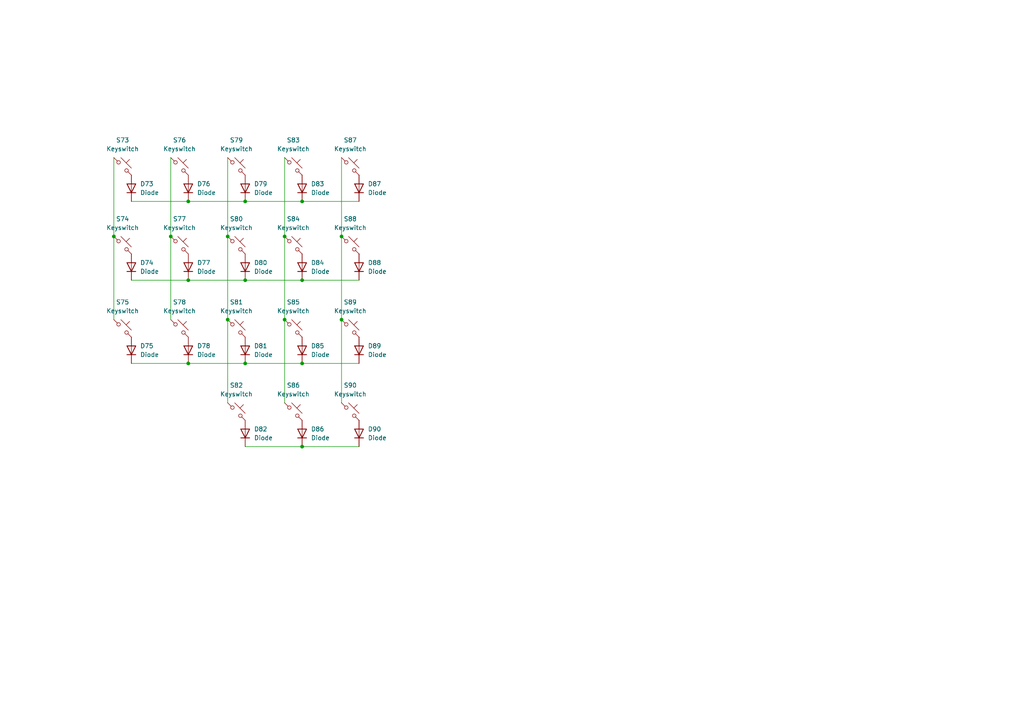
<source format=kicad_sch>
(kicad_sch (version 20250114) (generator "eeschema") (generator_version "9.0")
  (paper "A4")
  (lib_symbols
    (symbol "ScottoKeebs:Placeholder_Diode" (pin_numbers (hide yes)) (pin_names (hide yes))
      (property "Reference" "D" (at 0 2.54 0))
      (property "Value" "Diode" (at 0 -2.54 0))
      (symbol "Placeholder_Diode_0_1"
        (polyline (pts (xy -1.27 1.27) (xy -1.27 -1.27)) (stroke (width 0.254)))
        (polyline (pts (xy 1.27 1.27) (xy 1.27 -1.27) (xy -1.27 0) (xy 1.27 1.27)) (stroke (width 0.254)))
        (polyline (pts (xy 1.27 0) (xy -1.27 0)))
      )
      (symbol "Placeholder_Diode_1_1"
        (pin passive line (at -3.81 0 0) (length 2.54) (name "K") (number "1"))
        (pin passive line (at 3.81 0 180) (length 2.54) (name "A") (number "2"))
      )
    )
    (symbol "ScottoKeebs:Placeholder_Keyswitch" (pin_numbers (hide yes)) (pin_names (offset 1.016) (hide yes))
      (property "Reference" "S" (at 3.048 1.016 0))
      (property "Value" "Keyswitch" (at 0 -3.81 0))
      (symbol "Placeholder_Keyswitch_0_1"
        (polyline (pts (xy -2.54 2.54) (xy -1.524 1.524) (xy -1.524 1.524)))
        (circle (center -1.1684 1.1684) (radius 0.508))
        (polyline (pts (xy -0.508 2.54) (xy 2.54 -0.508)))
        (polyline (pts (xy 1.016 1.016) (xy 2.032 2.032)))
        (circle (center 1.143 -1.1938) (radius 0.508))
        (polyline (pts (xy 1.524 -1.524) (xy 2.54 -2.54) (xy 2.54 -2.54) (xy 2.54 -2.54)))
        (pin passive line (at -2.54 2.54 0) (length 0) (name "1") (number "1"))
        (pin passive line (at 2.54 -2.54 180) (length 0) (name "2") (number "2"))
      )
    )
  )
  (junction (at 54.61 105.41))
  (junction (at 66.04 68.58))
  (junction (at 87.63 129.54))
  (junction (at 99.06 92.71))
  (junction (at 87.63 81.28))
  (junction (at 71.12 105.41))
  (junction (at 71.12 81.28))
  (junction (at 54.61 58.42))
  (junction (at 99.06 68.58))
  (junction (at 82.55 68.58))
  (junction (at 49.53 68.58))
  (junction (at 54.61 81.28))
  (junction (at 87.63 58.42))
  (junction (at 82.55 92.71))
  (junction (at 33.02 68.58))
  (junction (at 66.04 92.71))
  (junction (at 71.12 58.42))
  (junction (at 87.63 105.41))
  (wire (pts (xy 87.63 81.28) (xy 104.14 81.28)))
  (wire (pts (xy 71.12 81.28) (xy 87.63 81.28)))
  (wire (pts (xy 38.1 105.41) (xy 54.61 105.41)))
  (wire (pts (xy 38.1 81.28) (xy 54.61 81.28)))
  (wire (pts (xy 71.12 105.41) (xy 87.63 105.41)))
  (wire (pts (xy 66.04 68.58) (xy 66.04 92.71)))
  (wire (pts (xy 33.02 45.72) (xy 33.02 68.58)))
  (wire (pts (xy 66.04 92.71) (xy 66.04 116.84)))
  (wire (pts (xy 87.63 105.41) (xy 104.14 105.41)))
  (wire (pts (xy 33.02 68.58) (xy 33.02 92.71)))
  (wire (pts (xy 87.63 58.42) (xy 104.14 58.42)))
  (wire (pts (xy 99.06 45.72) (xy 99.06 68.58)))
  (wire (pts (xy 71.12 129.54) (xy 87.63 129.54)))
  (wire (pts (xy 66.04 45.72) (xy 66.04 68.58)))
  (wire (pts (xy 82.55 68.58) (xy 82.55 92.71)))
  (wire (pts (xy 38.1 58.42) (xy 54.61 58.42)))
  (wire (pts (xy 82.55 92.71) (xy 82.55 116.84)))
  (wire (pts (xy 49.53 45.72) (xy 49.53 68.58)))
  (wire (pts (xy 54.61 105.41) (xy 71.12 105.41)))
  (wire (pts (xy 99.06 92.71) (xy 99.06 116.84)))
  (wire (pts (xy 99.06 68.58) (xy 99.06 92.71)))
  (wire (pts (xy 49.53 68.58) (xy 49.53 92.71)))
  (wire (pts (xy 54.61 58.42) (xy 71.12 58.42)))
  (wire (pts (xy 82.55 45.72) (xy 82.55 68.58)))
  (wire (pts (xy 54.61 81.28) (xy 71.12 81.28)))
  (wire (pts (xy 87.63 129.54) (xy 104.14 129.54)))
  (wire (pts (xy 71.12 58.42) (xy 87.63 58.42)))
  (symbol (lib_id "ScottoKeebs:Placeholder_Keyswitch") (at 101.6 48.26 0) (unit 1)
    (property "Reference" "S87" (at 101.6 40.64 0))
    (property "Value" "Keyswitch" (at 101.6 43.18 0))
    (property "Description" "Push button switch, normally open, two pins, 45° tilted" (effects (hide yes)))
    (instances (project "Dune" (path "" (reference "S87") (unit 1)) (path "" (reference "S105") (unit 1))))
  )
  (symbol (lib_id "ScottoKeebs:Placeholder_Diode") (at 87.63 125.73 90) (unit 1)
    (property "Reference" "D86" (at 90.17 124.4599 90) (effects (justify right)))
    (property "Value" "Diode" (at 90.17 126.9999 90) (effects (justify right)))
    (property "Description" "1N4148 (DO-35) or 1N4148W (SOD-123)" (effects (hide yes)))
    (property "Sim.Device" "D" (effects (hide yes)))
    (property "Sim.Pins" "1=K 2=A" (effects (hide yes)))
    (instances (project "Dune" (path "" (reference "D86") (unit 1)) (path "" (reference "D104") (unit 1))))
  )
  (symbol (lib_id "ScottoKeebs:Placeholder_Diode") (at 87.63 54.61 90) (unit 1)
    (property "Reference" "D83" (at 90.17 53.3399 90) (effects (justify right)))
    (property "Value" "Diode" (at 90.17 55.8799 90) (effects (justify right)))
    (property "Description" "1N4148 (DO-35) or 1N4148W (SOD-123)" (effects (hide yes)))
    (property "Sim.Device" "D" (effects (hide yes)))
    (property "Sim.Pins" "1=K 2=A" (effects (hide yes)))
    (instances (project "Dune" (path "" (reference "D83") (unit 1)) (path "" (reference "D101") (unit 1))))
  )
  (symbol (lib_id "ScottoKeebs:Placeholder_Keyswitch") (at 85.09 71.12 0) (unit 1)
    (property "Reference" "S84" (at 85.09 63.5 0))
    (property "Value" "Keyswitch" (at 85.09 66.04 0))
    (property "Description" "Push button switch, normally open, two pins, 45° tilted" (effects (hide yes)))
    (instances (project "Dune" (path "" (reference "S84") (unit 1)) (path "" (reference "S102") (unit 1))))
  )
  (symbol (lib_id "ScottoKeebs:Placeholder_Keyswitch") (at 68.58 48.26 0) (unit 1)
    (property "Reference" "S79" (at 68.58 40.64 0))
    (property "Value" "Keyswitch" (at 68.58 43.18 0))
    (property "Description" "Push button switch, normally open, two pins, 45° tilted" (effects (hide yes)))
    (instances (project "Dune" (path "" (reference "S79") (unit 1)) (path "" (reference "S97") (unit 1))))
  )
  (symbol (lib_id "ScottoKeebs:Placeholder_Keyswitch") (at 68.58 71.12 0) (unit 1)
    (property "Reference" "S80" (at 68.58 63.5 0))
    (property "Value" "Keyswitch" (at 68.58 66.04 0))
    (property "Description" "Push button switch, normally open, two pins, 45° tilted" (effects (hide yes)))
    (instances (project "Dune" (path "" (reference "S80") (unit 1)) (path "" (reference "S98") (unit 1))))
  )
  (symbol (lib_id "ScottoKeebs:Placeholder_Diode") (at 87.63 77.47 90) (unit 1)
    (property "Reference" "D84" (at 90.17 76.1999 90) (effects (justify right)))
    (property "Value" "Diode" (at 90.17 78.7399 90) (effects (justify right)))
    (property "Description" "1N4148 (DO-35) or 1N4148W (SOD-123)" (effects (hide yes)))
    (property "Sim.Device" "D" (effects (hide yes)))
    (property "Sim.Pins" "1=K 2=A" (effects (hide yes)))
    (instances (project "Dune" (path "" (reference "D84") (unit 1)) (path "" (reference "D102") (unit 1))))
  )
  (symbol (lib_id "ScottoKeebs:Placeholder_Keyswitch") (at 101.6 119.38 0) (unit 1)
    (property "Reference" "S90" (at 101.6 111.76 0))
    (property "Value" "Keyswitch" (at 101.6 114.3 0))
    (property "Description" "Push button switch, normally open, two pins, 45° tilted" (effects (hide yes)))
    (instances (project "Dune" (path "" (reference "S90") (unit 1)) (path "" (reference "S108") (unit 1))))
  )
  (symbol (lib_id "ScottoKeebs:Placeholder_Diode") (at 104.14 77.47 90) (unit 1)
    (property "Reference" "D88" (at 106.68 76.1999 90) (effects (justify right)))
    (property "Value" "Diode" (at 106.68 78.7399 90) (effects (justify right)))
    (property "Description" "1N4148 (DO-35) or 1N4148W (SOD-123)" (effects (hide yes)))
    (property "Sim.Device" "D" (effects (hide yes)))
    (property "Sim.Pins" "1=K 2=A" (effects (hide yes)))
    (instances (project "Dune" (path "" (reference "D88") (unit 1)) (path "" (reference "D106") (unit 1))))
  )
  (symbol (lib_id "ScottoKeebs:Placeholder_Keyswitch") (at 85.09 119.38 0) (unit 1)
    (property "Reference" "S86" (at 85.09 111.76 0))
    (property "Value" "Keyswitch" (at 85.09 114.3 0))
    (property "Description" "Push button switch, normally open, two pins, 45° tilted" (effects (hide yes)))
    (instances (project "Dune" (path "" (reference "S86") (unit 1)) (path "" (reference "S104") (unit 1))))
  )
  (symbol (lib_id "ScottoKeebs:Placeholder_Diode") (at 71.12 125.73 90) (unit 1)
    (property "Reference" "D82" (at 73.66 124.4599 90) (effects (justify right)))
    (property "Value" "Diode" (at 73.66 126.9999 90) (effects (justify right)))
    (property "Description" "1N4148 (DO-35) or 1N4148W (SOD-123)" (effects (hide yes)))
    (property "Sim.Device" "D" (effects (hide yes)))
    (property "Sim.Pins" "1=K 2=A" (effects (hide yes)))
    (instances (project "Dune" (path "" (reference "D82") (unit 1)) (path "" (reference "D100") (unit 1))))
  )
  (symbol (lib_id "ScottoKeebs:Placeholder_Diode") (at 71.12 101.6 90) (unit 1)
    (property "Reference" "D81" (at 73.66 100.3299 90) (effects (justify right)))
    (property "Value" "Diode" (at 73.66 102.8699 90) (effects (justify right)))
    (property "Description" "1N4148 (DO-35) or 1N4148W (SOD-123)" (effects (hide yes)))
    (property "Sim.Device" "D" (effects (hide yes)))
    (property "Sim.Pins" "1=K 2=A" (effects (hide yes)))
    (instances (project "Dune" (path "" (reference "D81") (unit 1)) (path "" (reference "D99") (unit 1))))
  )
  (symbol (lib_id "ScottoKeebs:Placeholder_Keyswitch") (at 85.09 95.25 0) (unit 1)
    (property "Reference" "S85" (at 85.09 87.63 0))
    (property "Value" "Keyswitch" (at 85.09 90.17 0))
    (property "Description" "Push button switch, normally open, two pins, 45° tilted" (effects (hide yes)))
    (instances (project "Dune" (path "" (reference "S85") (unit 1)) (path "" (reference "S103") (unit 1))))
  )
  (symbol (lib_id "ScottoKeebs:Placeholder_Diode") (at 54.61 101.6 90) (unit 1)
    (property "Reference" "D78" (at 57.15 100.3299 90) (effects (justify right)))
    (property "Value" "Diode" (at 57.15 102.8699 90) (effects (justify right)))
    (property "Description" "1N4148 (DO-35) or 1N4148W (SOD-123)" (effects (hide yes)))
    (property "Sim.Device" "D" (effects (hide yes)))
    (property "Sim.Pins" "1=K 2=A" (effects (hide yes)))
    (instances (project "Dune" (path "" (reference "D78") (unit 1)) (path "" (reference "D96") (unit 1))))
  )
  (symbol (lib_id "ScottoKeebs:Placeholder_Keyswitch") (at 101.6 95.25 0) (unit 1)
    (property "Reference" "S89" (at 101.6 87.63 0))
    (property "Value" "Keyswitch" (at 101.6 90.17 0))
    (property "Description" "Push button switch, normally open, two pins, 45° tilted" (effects (hide yes)))
    (instances (project "Dune" (path "" (reference "S89") (unit 1)) (path "" (reference "S107") (unit 1))))
  )
  (symbol (lib_id "ScottoKeebs:Placeholder_Keyswitch") (at 68.58 95.25 0) (unit 1)
    (property "Reference" "S81" (at 68.58 87.63 0))
    (property "Value" "Keyswitch" (at 68.58 90.17 0))
    (property "Description" "Push button switch, normally open, two pins, 45° tilted" (effects (hide yes)))
    (instances (project "Dune" (path "" (reference "S81") (unit 1)) (path "" (reference "S99") (unit 1))))
  )
  (symbol (lib_id "ScottoKeebs:Placeholder_Diode") (at 71.12 77.47 90) (unit 1)
    (property "Reference" "D80" (at 73.66 76.1999 90) (effects (justify right)))
    (property "Value" "Diode" (at 73.66 78.7399 90) (effects (justify right)))
    (property "Description" "1N4148 (DO-35) or 1N4148W (SOD-123)" (effects (hide yes)))
    (property "Sim.Device" "D" (effects (hide yes)))
    (property "Sim.Pins" "1=K 2=A" (effects (hide yes)))
    (instances (project "Dune" (path "" (reference "D80") (unit 1)) (path "" (reference "D98") (unit 1))))
  )
  (symbol (lib_id "ScottoKeebs:Placeholder_Keyswitch") (at 101.6 71.12 0) (unit 1)
    (property "Reference" "S88" (at 101.6 63.5 0))
    (property "Value" "Keyswitch" (at 101.6 66.04 0))
    (property "Description" "Push button switch, normally open, two pins, 45° tilted" (effects (hide yes)))
    (instances (project "Dune" (path "" (reference "S88") (unit 1)) (path "" (reference "S106") (unit 1))))
  )
  (symbol (lib_id "ScottoKeebs:Placeholder_Diode") (at 38.1 77.47 90) (unit 1)
    (property "Reference" "D74" (at 40.64 76.1999 90) (effects (justify right)))
    (property "Value" "Diode" (at 40.64 78.7399 90) (effects (justify right)))
    (property "Description" "1N4148 (DO-35) or 1N4148W (SOD-123)" (effects (hide yes)))
    (property "Sim.Device" "D" (effects (hide yes)))
    (property "Sim.Pins" "1=K 2=A" (effects (hide yes)))
    (instances (project "Dune" (path "" (reference "D74") (unit 1)) (path "" (reference "D92") (unit 1))))
  )
  (symbol (lib_id "ScottoKeebs:Placeholder_Keyswitch") (at 52.07 48.26 0) (unit 1)
    (property "Reference" "S76" (at 52.07 40.64 0))
    (property "Value" "Keyswitch" (at 52.07 43.18 0))
    (property "Description" "Push button switch, normally open, two pins, 45° tilted" (effects (hide yes)))
    (instances (project "Dune" (path "" (reference "S76") (unit 1)) (path "" (reference "S94") (unit 1))))
  )
  (symbol (lib_id "ScottoKeebs:Placeholder_Diode") (at 71.12 54.61 90) (unit 1)
    (property "Reference" "D79" (at 73.66 53.3399 90) (effects (justify right)))
    (property "Value" "Diode" (at 73.66 55.8799 90) (effects (justify right)))
    (property "Description" "1N4148 (DO-35) or 1N4148W (SOD-123)" (effects (hide yes)))
    (property "Sim.Device" "D" (effects (hide yes)))
    (property "Sim.Pins" "1=K 2=A" (effects (hide yes)))
    (instances (project "Dune" (path "" (reference "D79") (unit 1)) (path "" (reference "D97") (unit 1))))
  )
  (symbol (lib_id "ScottoKeebs:Placeholder_Diode") (at 87.63 101.6 90) (unit 1)
    (property "Reference" "D85" (at 90.17 100.3299 90) (effects (justify right)))
    (property "Value" "Diode" (at 90.17 102.8699 90) (effects (justify right)))
    (property "Description" "1N4148 (DO-35) or 1N4148W (SOD-123)" (effects (hide yes)))
    (property "Sim.Device" "D" (effects (hide yes)))
    (property "Sim.Pins" "1=K 2=A" (effects (hide yes)))
    (instances (project "Dune" (path "" (reference "D85") (unit 1)) (path "" (reference "D103") (unit 1))))
  )
  (symbol (lib_id "ScottoKeebs:Placeholder_Diode") (at 38.1 101.6 90) (unit 1)
    (property "Reference" "D75" (at 40.64 100.3299 90) (effects (justify right)))
    (property "Value" "Diode" (at 40.64 102.8699 90) (effects (justify right)))
    (property "Description" "1N4148 (DO-35) or 1N4148W (SOD-123)" (effects (hide yes)))
    (property "Sim.Device" "D" (effects (hide yes)))
    (property "Sim.Pins" "1=K 2=A" (effects (hide yes)))
    (instances (project "Dune" (path "" (reference "D75") (unit 1)) (path "" (reference "D93") (unit 1))))
  )
  (symbol (lib_id "ScottoKeebs:Placeholder_Keyswitch") (at 52.07 95.25 0) (unit 1)
    (property "Reference" "S78" (at 52.07 87.63 0))
    (property "Value" "Keyswitch" (at 52.07 90.17 0))
    (property "Description" "Push button switch, normally open, two pins, 45° tilted" (effects (hide yes)))
    (instances (project "Dune" (path "" (reference "S78") (unit 1)) (path "" (reference "S96") (unit 1))))
  )
  (symbol (lib_id "ScottoKeebs:Placeholder_Diode") (at 104.14 54.61 90) (unit 1)
    (property "Reference" "D87" (at 106.68 53.3399 90) (effects (justify right)))
    (property "Value" "Diode" (at 106.68 55.8799 90) (effects (justify right)))
    (property "Description" "1N4148 (DO-35) or 1N4148W (SOD-123)" (effects (hide yes)))
    (property "Sim.Device" "D" (effects (hide yes)))
    (property "Sim.Pins" "1=K 2=A" (effects (hide yes)))
    (instances (project "Dune" (path "" (reference "D87") (unit 1)) (path "" (reference "D105") (unit 1))))
  )
  (symbol (lib_id "ScottoKeebs:Placeholder_Keyswitch") (at 35.56 71.12 0) (unit 1)
    (property "Reference" "S74" (at 35.56 63.5 0))
    (property "Value" "Keyswitch" (at 35.56 66.04 0))
    (property "Description" "Push button switch, normally open, two pins, 45° tilted" (effects (hide yes)))
    (instances (project "Dune" (path "" (reference "S74") (unit 1)) (path "" (reference "S92") (unit 1))))
  )
  (symbol (lib_id "ScottoKeebs:Placeholder_Keyswitch") (at 85.09 48.26 0) (unit 1)
    (property "Reference" "S83" (at 85.09 40.64 0))
    (property "Value" "Keyswitch" (at 85.09 43.18 0))
    (property "Description" "Push button switch, normally open, two pins, 45° tilted" (effects (hide yes)))
    (instances (project "Dune" (path "" (reference "S83") (unit 1)) (path "" (reference "S101") (unit 1))))
  )
  (symbol (lib_id "ScottoKeebs:Placeholder_Keyswitch") (at 35.56 95.25 0) (unit 1)
    (property "Reference" "S75" (at 35.56 87.63 0))
    (property "Value" "Keyswitch" (at 35.56 90.17 0))
    (property "Description" "Push button switch, normally open, two pins, 45° tilted" (effects (hide yes)))
    (instances (project "Dune" (path "" (reference "S75") (unit 1)) (path "" (reference "S93") (unit 1))))
  )
  (symbol (lib_id "ScottoKeebs:Placeholder_Keyswitch") (at 52.07 71.12 0) (unit 1)
    (property "Reference" "S77" (at 52.07 63.5 0))
    (property "Value" "Keyswitch" (at 52.07 66.04 0))
    (property "Description" "Push button switch, normally open, two pins, 45° tilted" (effects (hide yes)))
    (instances (project "Dune" (path "" (reference "S77") (unit 1)) (path "" (reference "S95") (unit 1))))
  )
  (symbol (lib_id "ScottoKeebs:Placeholder_Diode") (at 104.14 125.73 90) (unit 1)
    (property "Reference" "D90" (at 106.68 124.4599 90) (effects (justify right)))
    (property "Value" "Diode" (at 106.68 126.9999 90) (effects (justify right)))
    (property "Description" "1N4148 (DO-35) or 1N4148W (SOD-123)" (effects (hide yes)))
    (property "Sim.Device" "D" (effects (hide yes)))
    (property "Sim.Pins" "1=K 2=A" (effects (hide yes)))
    (instances (project "Dune" (path "" (reference "D90") (unit 1)) (path "" (reference "D108") (unit 1))))
  )
  (symbol (lib_id "ScottoKeebs:Placeholder_Keyswitch") (at 68.58 119.38 0) (unit 1)
    (property "Reference" "S82" (at 68.58 111.76 0))
    (property "Value" "Keyswitch" (at 68.58 114.3 0))
    (property "Description" "Push button switch, normally open, two pins, 45° tilted" (effects (hide yes)))
    (instances (project "Dune" (path "" (reference "S82") (unit 1)) (path "" (reference "S100") (unit 1))))
  )
  (symbol (lib_id "ScottoKeebs:Placeholder_Diode") (at 54.61 77.47 90) (unit 1)
    (property "Reference" "D77" (at 57.15 76.1999 90) (effects (justify right)))
    (property "Value" "Diode" (at 57.15 78.7399 90) (effects (justify right)))
    (property "Description" "1N4148 (DO-35) or 1N4148W (SOD-123)" (effects (hide yes)))
    (property "Sim.Device" "D" (effects (hide yes)))
    (property "Sim.Pins" "1=K 2=A" (effects (hide yes)))
    (instances (project "Dune" (path "" (reference "D77") (unit 1)) (path "" (reference "D95") (unit 1))))
  )
  (symbol (lib_id "ScottoKeebs:Placeholder_Diode") (at 38.1 54.61 90) (unit 1)
    (property "Reference" "D73" (at 40.64 53.3399 90) (effects (justify right)))
    (property "Value" "Diode" (at 40.64 55.8799 90) (effects (justify right)))
    (property "Description" "1N4148 (DO-35) or 1N4148W (SOD-123)" (effects (hide yes)))
    (property "Sim.Device" "D" (effects (hide yes)))
    (property "Sim.Pins" "1=K 2=A" (effects (hide yes)))
    (instances (project "Dune" (path "" (reference "D73") (unit 1)) (path "" (reference "D91") (unit 1))))
  )
  (symbol (lib_id "ScottoKeebs:Placeholder_Diode") (at 54.61 54.61 90) (unit 1)
    (property "Reference" "D76" (at 57.15 53.3399 90) (effects (justify right)))
    (property "Value" "Diode" (at 57.15 55.8799 90) (effects (justify right)))
    (property "Description" "1N4148 (DO-35) or 1N4148W (SOD-123)" (effects (hide yes)))
    (property "Sim.Device" "D" (effects (hide yes)))
    (property "Sim.Pins" "1=K 2=A" (effects (hide yes)))
    (instances (project "Dune" (path "" (reference "D76") (unit 1)) (path "" (reference "D94") (unit 1))))
  )
  (symbol (lib_id "ScottoKeebs:Placeholder_Keyswitch") (at 35.56 48.26 0) (unit 1)
    (property "Reference" "S73" (at 35.56 40.64 0))
    (property "Value" "Keyswitch" (at 35.56 43.18 0))
    (property "Description" "Push button switch, normally open, two pins, 45° tilted" (effects (hide yes)))
    (instances (project "Dune" (path "" (reference "S73") (unit 1)) (path "" (reference "S91") (unit 1))))
  )
  (symbol (lib_id "ScottoKeebs:Placeholder_Diode") (at 104.14 101.6 90) (unit 1)
    (property "Reference" "D89" (at 106.68 100.3299 90) (effects (justify right)))
    (property "Value" "Diode" (at 106.68 102.8699 90) (effects (justify right)))
    (property "Description" "1N4148 (DO-35) or 1N4148W (SOD-123)" (effects (hide yes)))
    (property "Sim.Device" "D" (effects (hide yes)))
    (property "Sim.Pins" "1=K 2=A" (effects (hide yes)))
    (instances (project "Dune" (path "" (reference "D89") (unit 1)) (path "" (reference "D107") (unit 1))))
  )
)
</source>
